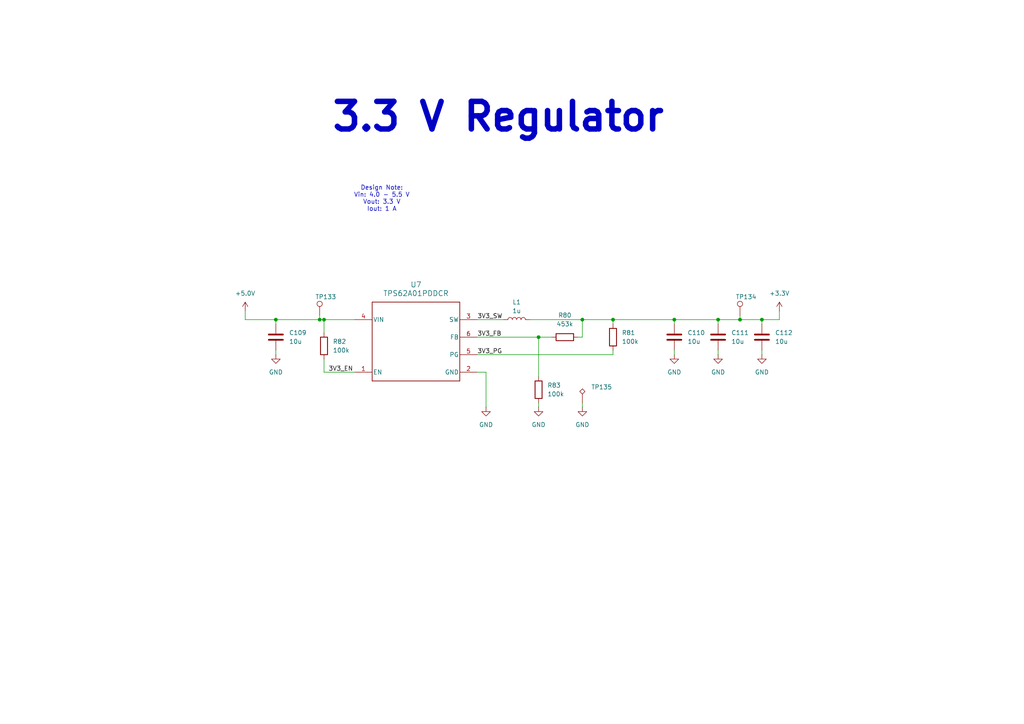
<source format=kicad_sch>
(kicad_sch (version 20250114) (generator "eeschema") (generator_version "9.0")
  (paper "A4")
  (lib_symbols
    (symbol "Connector:TestPoint" (pin_numbers (hide yes)) (pin_names (offset 0.762) (hide yes))
      (property "Reference" "TP" (at 0 6.858 0))
      (property "Value" "TestPoint" (at 0 5.08 0))
      (symbol "TestPoint_0_1"
        (circle (center 0 3.302) (radius 0.762))
      )
      (symbol "TestPoint_1_1"
        (pin passive line (at 0 0 90) (length 2.54) (name "1") (number "1"))
      )
    )
    (symbol "Connector:TestPoint_Alt" (pin_numbers (hide yes)) (pin_names (offset 0.762) (hide yes))
      (property "Reference" "TP" (at 0 6.858 0))
      (property "Value" "TestPoint_Alt" (at 0 5.08 0))
      (symbol "TestPoint_Alt_0_1"
        (polyline (pts (xy 0 2.54) (xy -0.762 3.302) (xy 0 4.064) (xy 0.762 3.302) (xy 0 2.54)))
      )
      (symbol "TestPoint_Alt_1_1"
        (pin passive line (at 0 0 90) (length 2.54) (name "1") (number "1"))
      )
    )
    (symbol "Device:C" (pin_numbers (hide yes)) (pin_names (offset 0.254))
      (property "Reference" "C" (at 0.635 2.54 0))
      (property "Value" "C" (at 0.635 -2.54 0))
      (symbol "C_0_1"
        (polyline (pts (xy -2.032 0.762) (xy 2.032 0.762)) (stroke (width 0.508)))
        (polyline (pts (xy -2.032 -0.762) (xy 2.032 -0.762)) (stroke (width 0.508)))
      )
      (symbol "C_1_1"
        (pin passive line (at 0 3.81 270) (length 2.794) (name "~") (number "1"))
        (pin passive line (at 0 -3.81 90) (length 2.794) (name "~") (number "2"))
      )
    )
    (symbol "Device:L" (pin_numbers (hide yes)) (pin_names (offset 1.016) (hide yes))
      (property "Reference" "L" (at -1.27 0 90))
      (property "Value" "L" (at 1.905 0 90))
      (symbol "L_0_1"
        (arc (start 0 2.54) (mid 0.6323 1.905) (end 0 1.27))
        (arc (start 0 1.27) (mid 0.6323 0.635) (end 0 0))
        (arc (start 0 0) (mid 0.6323 -0.635) (end 0 -1.27))
        (arc (start 0 -1.27) (mid 0.6323 -1.905) (end 0 -2.54))
      )
      (symbol "L_1_1"
        (pin passive line (at 0 3.81 270) (length 1.27) (name "1") (number "1"))
        (pin passive line (at 0 -3.81 90) (length 1.27) (name "2") (number "2"))
      )
    )
    (symbol "Device:R" (pin_numbers (hide yes)) (pin_names (offset 0))
      (property "Reference" "R" (at 2.032 0 90))
      (property "Value" "R" (at 0 0 90))
      (symbol "R_0_1"
        (rectangle (start -1.016 -2.54) (end 1.016 2.54) (stroke (width 0.254)))
      )
      (symbol "R_1_1"
        (pin passive line (at 0 3.81 270) (length 1.27) (name "~") (number "1"))
        (pin passive line (at 0 -3.81 90) (length 1.27) (name "~") (number "2"))
      )
    )
    (symbol "TPS62A01PDDCR:TPS62A01PDDCR" (pin_names (offset 0.254))
      (property "Reference" "U" (at 0 2.54 0))
      (property "Value" "TPS62A01PDDCR" (at 0 0 0))
      (symbol "TPS62A01PDDCR_0_1"
        (polyline (pts (xy 5.08 5.08) (xy 5.08 -17.78)) (stroke (width 0.2032)))
        (polyline (pts (xy 5.08 -17.78) (xy 30.48 -17.78)) (stroke (width 0.2032)))
        (polyline (pts (xy 30.48 5.08) (xy 5.08 5.08)) (stroke (width 0.2032)))
        (polyline (pts (xy 30.48 -17.78) (xy 30.48 5.08)) (stroke (width 0.2032)))
        (pin power_in line (at 0 0 0) (length 5.08) (name "VIN") (number "4"))
        (pin input line (at 0 -15.24 0) (length 5.08) (name "EN") (number "1"))
        (pin unspecified line (at 35.56 0 180) (length 5.08) (name "SW") (number "3"))
        (pin unspecified line (at 35.56 -5.08 180) (length 5.08) (name "FB") (number "6"))
        (pin open_collector line (at 35.56 -10.16 180) (length 5.08) (name "PG") (number "5"))
        (pin power_in line (at 35.56 -15.24 180) (length 5.08) (name "GND") (number "2"))
      )
    )
    (symbol "power:+3.3V" (power) (pin_numbers (hide yes)) (pin_names (offset 0) (hide yes))
      (property "Value" "+3.3V" (at 0 3.556 0))
      (symbol "+3.3V_0_1"
        (polyline (pts (xy -0.762 1.27) (xy 0 2.54)))
        (polyline (pts (xy 0 2.54) (xy 0.762 1.27)))
        (polyline (pts (xy 0 0) (xy 0 2.54)))
      )
      (symbol "+3.3V_1_1"
        (pin power_in line (at 0 0 90) (length 0) (name "~") (number "1"))
      )
    )
    (symbol "power:GND" (power) (pin_numbers (hide yes)) (pin_names (offset 0) (hide yes))
      (property "Value" "GND" (at 0 -3.81 0))
      (symbol "GND_0_1"
        (polyline (pts (xy 0 0) (xy 0 -1.27) (xy 1.27 -1.27) (xy 0 -2.54) (xy -1.27 -1.27) (xy 0 -1.27)))
      )
      (symbol "GND_1_1"
        (pin power_in line (at 0 0 270) (length 0) (name "~") (number "1"))
      )
    )
  )
  (text "3.3 V Regulator" (at 144.526 34.036 0) (effects (font (size 8 8) (thickness 1.5875))))
  (text "Design Note:\nVin: 4.0 - 5.5 V\nVout: 3.3 V\nIout: 1 A" (at 110.744 57.658 0) (effects (font (size 1.27 1.27))))
  (junction (at 156.21 97.79))
  (junction (at 214.63 92.71))
  (junction (at 80.01 92.71))
  (junction (at 195.58 92.71))
  (junction (at 208.28 92.71))
  (junction (at 92.71 92.71))
  (junction (at 220.98 92.71))
  (junction (at 93.98 92.71))
  (junction (at 177.8 92.71))
  (junction (at 168.91 92.71))
  (wire (pts (xy 156.21 97.79) (xy 156.21 109.22)))
  (wire (pts (xy 93.98 104.14) (xy 93.98 107.95)))
  (wire (pts (xy 93.98 107.95) (xy 102.87 107.95)))
  (wire (pts (xy 220.98 101.6) (xy 220.98 102.87)))
  (wire (pts (xy 208.28 101.6) (xy 208.28 102.87)))
  (wire (pts (xy 138.43 102.87) (xy 177.8 102.87)))
  (wire (pts (xy 220.98 92.71) (xy 220.98 93.98)))
  (wire (pts (xy 168.91 92.71) (xy 177.8 92.71)))
  (wire (pts (xy 80.01 92.71) (xy 80.01 93.98)))
  (wire (pts (xy 208.28 93.98) (xy 208.28 92.71)))
  (wire (pts (xy 160.02 97.79) (xy 156.21 97.79)))
  (wire (pts (xy 167.64 97.79) (xy 168.91 97.79)))
  (wire (pts (xy 80.01 101.6) (xy 80.01 102.87)))
  (wire (pts (xy 140.97 118.11) (xy 140.97 107.95)))
  (wire (pts (xy 195.58 101.6) (xy 195.58 102.87)))
  (wire (pts (xy 140.97 107.95) (xy 138.43 107.95)))
  (wire (pts (xy 226.06 90.17) (xy 226.06 92.71)))
  (wire (pts (xy 93.98 92.71) (xy 93.98 96.52)))
  (wire (pts (xy 71.12 90.17) (xy 71.12 92.71)))
  (wire (pts (xy 138.43 92.71) (xy 146.05 92.71)))
  (wire (pts (xy 138.43 97.79) (xy 156.21 97.79)))
  (wire (pts (xy 195.58 92.71) (xy 208.28 92.71)))
  (wire (pts (xy 177.8 92.71) (xy 177.8 93.98)))
  (wire (pts (xy 168.91 116.84) (xy 168.91 118.11)))
  (wire (pts (xy 156.21 116.84) (xy 156.21 118.11)))
  (wire (pts (xy 177.8 92.71) (xy 195.58 92.71)))
  (wire (pts (xy 92.71 92.71) (xy 93.98 92.71)))
  (wire (pts (xy 80.01 92.71) (xy 92.71 92.71)))
  (wire (pts (xy 208.28 92.71) (xy 214.63 92.71)))
  (wire (pts (xy 214.63 91.44) (xy 214.63 92.71)))
  (wire (pts (xy 226.06 92.71) (xy 220.98 92.71)))
  (wire (pts (xy 214.63 92.71) (xy 220.98 92.71)))
  (wire (pts (xy 93.98 92.71) (xy 102.87 92.71)))
  (wire (pts (xy 92.71 91.44) (xy 92.71 92.71)))
  (wire (pts (xy 71.12 92.71) (xy 80.01 92.71)))
  (wire (pts (xy 177.8 102.87) (xy 177.8 101.6)))
  (wire (pts (xy 168.91 97.79) (xy 168.91 92.71)))
  (wire (pts (xy 153.67 92.71) (xy 168.91 92.71)))
  (wire (pts (xy 195.58 92.71) (xy 195.58 93.98)))
  (label "3V3_FB" (at 138.43 97.79 0))
  (label "3V3_SW" (at 138.43 92.71 0))
  (label "3V3_EN" (at 95.25 107.95 0))
  (label "3V3_PG" (at 138.43 102.87 0))
  (symbol (lib_id "Device:C") (at 195.58 97.79 0) (unit 1)
    (property "Reference" "C110" (at 199.39 96.5199 0) (effects (justify left)))
    (property "Value" "10u" (at 199.39 99.0599 0) (effects (justify left)))
    (property "Footprint" "Capacitor_SMD:C_0805_2012Metric" (effects (hide yes)))
    (property "Description" "Unpolarized capacitor" (effects (hide yes)))
  )
  (symbol (lib_id "Device:R") (at 93.98 100.33 180) (unit 1)
    (property "Reference" "R82" (at 96.52 99.0599 0) (effects (justify right)))
    (property "Value" "100k" (at 96.52 101.5999 0) (effects (justify right)))
    (property "Footprint" "Resistor_SMD:R_0402_1005Metric" (effects (hide yes)))
    (property "Description" "Resistor" (effects (hide yes)))
  )
  (symbol (lib_id "power:+3.3V") (at 226.06 90.17 0) (unit 1)
    (property "Reference" "#PWR0179" (effects (hide yes)))
    (property "Value" "+3.3V" (at 226.06 85.09 0))
    (property "Description" "Power symbol creates a global label with name \"+3.3V\"" (effects (hide yes)))
  )
  (symbol (lib_id "power:GND") (at 220.98 102.87 0) (unit 1)
    (property "Reference" "#PWR0183" (effects (hide yes)))
    (property "Value" "GND" (at 220.98 107.95 0))
    (property "Description" "Power symbol creates a global label with name \"GND\" , ground" (effects (hide yes)))
  )
  (symbol (lib_id "power:GND") (at 80.01 102.87 0) (unit 1)
    (property "Reference" "#PWR0180" (effects (hide yes)))
    (property "Value" "GND" (at 80.01 107.95 0))
    (property "Description" "Power symbol creates a global label with name \"GND\" , ground" (effects (hide yes)))
  )
  (symbol (lib_id "power:+3.3V") (at 71.12 90.17 0) (unit 1)
    (property "Reference" "#PWR0178" (effects (hide yes)))
    (property "Value" "+5.0V" (at 71.12 85.09 0))
    (property "Description" "Power symbol creates a global label with name \"+3.3V\"" (effects (hide yes)))
  )
  (symbol (lib_id "power:GND") (at 168.91 118.11 0) (unit 1)
    (property "Reference" "#PWR0186" (effects (hide yes)))
    (property "Value" "GND" (at 168.91 123.19 0))
    (property "Description" "Power symbol creates a global label with name \"GND\" , ground" (effects (hide yes)))
  )
  (symbol (lib_id "Connector:TestPoint") (at 92.71 91.44 0) (unit 1)
    (property "Reference" "TP133" (at 91.44 86.106 0) (effects (justify left)))
    (property "Value" "TestPoint" (effects (hide yes)))
    (property "Description" "test point" (effects (hide yes)))
  )
  (symbol (lib_id "power:GND") (at 156.21 118.11 0) (unit 1)
    (property "Reference" "#PWR0185" (effects (hide yes)))
    (property "Value" "GND" (at 156.21 123.19 0))
    (property "Description" "Power symbol creates a global label with name \"GND\" , ground" (effects (hide yes)))
  )
  (symbol (lib_id "power:GND") (at 140.97 118.11 0) (unit 1)
    (property "Reference" "#PWR0184" (effects (hide yes)))
    (property "Value" "GND" (at 140.97 123.19 0))
    (property "Description" "Power symbol creates a global label with name \"GND\" , ground" (effects (hide yes)))
  )
  (symbol (lib_id "Device:C") (at 208.28 97.79 0) (unit 1)
    (property "Reference" "C111" (at 212.09 96.5199 0) (effects (justify left)))
    (property "Value" "10u" (at 212.09 99.0599 0) (effects (justify left)))
    (property "Footprint" "Capacitor_SMD:C_0805_2012Metric" (effects (hide yes)))
    (property "Description" "Unpolarized capacitor" (effects (hide yes)))
  )
  (symbol (lib_id "power:GND") (at 208.28 102.87 0) (unit 1)
    (property "Reference" "#PWR0182" (effects (hide yes)))
    (property "Value" "GND" (at 208.28 107.95 0))
    (property "Description" "Power symbol creates a global label with name \"GND\" , ground" (effects (hide yes)))
  )
  (symbol (lib_id "Connector:TestPoint") (at 214.63 91.44 0) (unit 1)
    (property "Reference" "TP134" (at 213.36 86.106 0) (effects (justify left)))
    (property "Value" "TestPoint" (effects (hide yes)))
    (property "Description" "test point" (effects (hide yes)))
  )
  (symbol (lib_id "Device:R") (at 163.83 97.79 90) (unit 1)
    (property "Reference" "R80" (at 163.83 91.44 90))
    (property "Value" "453k" (at 163.83 93.98 90))
    (property "Footprint" "Resistor_SMD:R_0402_1005Metric" (effects (hide yes)))
    (property "Description" "Resistor" (effects (hide yes)))
  )
  (symbol (lib_id "TPS62A01PDDCR:TPS62A01PDDCR") (at 102.87 92.71 0) (unit 1)
    (property "Reference" "U7" (at 120.65 82.55 0) (effects (font (size 1.524 1.524))))
    (property "Value" "TPS62A01PDDCR" (at 120.65 85.09 0) (effects (font (size 1.524 1.524))))
    (property "Footprint" "TPS62A01PDDCR:DDC0006A-MFG" (effects (hide yes)))
    (property "Datasheet" "https://www.ti.com/lit/gpn/tps62a01" (effects (hide yes)))
  )
  (symbol (lib_id "Device:R") (at 177.8 97.79 180) (unit 1)
    (property "Reference" "R81" (at 180.34 96.5199 0) (effects (justify right)))
    (property "Value" "100k" (at 180.34 99.0599 0) (effects (justify right)))
    (property "Footprint" "Resistor_SMD:R_0402_1005Metric" (effects (hide yes)))
    (property "Description" "Resistor" (effects (hide yes)))
  )
  (symbol (lib_id "Device:L") (at 149.86 92.71 90) (unit 1)
    (property "Reference" "L1" (at 149.86 87.63 90))
    (property "Value" "1u" (at 149.86 90.17 90))
    (property "Footprint" "Inductor_SMD:L_1210_3225Metric" (effects (hide yes)))
    (property "Description" "Inductor" (effects (hide yes)))
  )
  (symbol (lib_id "Device:R") (at 156.21 113.03 180) (unit 1)
    (property "Reference" "R83" (at 158.75 111.7599 0) (effects (justify right)))
    (property "Value" "100k" (at 158.75 114.2999 0) (effects (justify right)))
    (property "Footprint" "Resistor_SMD:R_0402_1005Metric" (effects (hide yes)))
    (property "Description" "Resistor" (effects (hide yes)))
  )
  (symbol (lib_id "Connector:TestPoint_Alt") (at 168.91 116.84 0) (unit 1)
    (property "Reference" "TP135" (at 171.45 112.2679 0) (effects (justify left)))
    (property "Value" "TestPoint_Alt" (effects (hide yes)))
    (property "Description" "test point (alternative shape)" (effects (hide yes)))
  )
  (symbol (lib_id "Device:C") (at 220.98 97.79 0) (unit 1)
    (property "Reference" "C112" (at 224.79 96.5199 0) (effects (justify left)))
    (property "Value" "10u" (at 224.79 99.0599 0) (effects (justify left)))
    (property "Footprint" "Capacitor_SMD:C_0805_2012Metric" (effects (hide yes)))
    (property "Description" "Unpolarized capacitor" (effects (hide yes)))
  )
  (symbol (lib_id "Device:C") (at 80.01 97.79 0) (unit 1)
    (property "Reference" "C109" (at 83.82 96.5199 0) (effects (justify left)))
    (property "Value" "10u" (at 83.82 99.0599 0) (effects (justify left)))
    (property "Footprint" "Capacitor_SMD:C_0805_2012Metric" (effects (hide yes)))
    (property "Description" "Unpolarized capacitor" (effects (hide yes)))
  )
  (symbol (lib_id "power:GND") (at 195.58 102.87 0) (unit 1)
    (property "Reference" "#PWR0181" (effects (hide yes)))
    (property "Value" "GND" (at 195.58 107.95 0))
    (property "Description" "Power symbol creates a global label with name \"GND\" , ground" (effects (hide yes)))
  )
)
</source>
